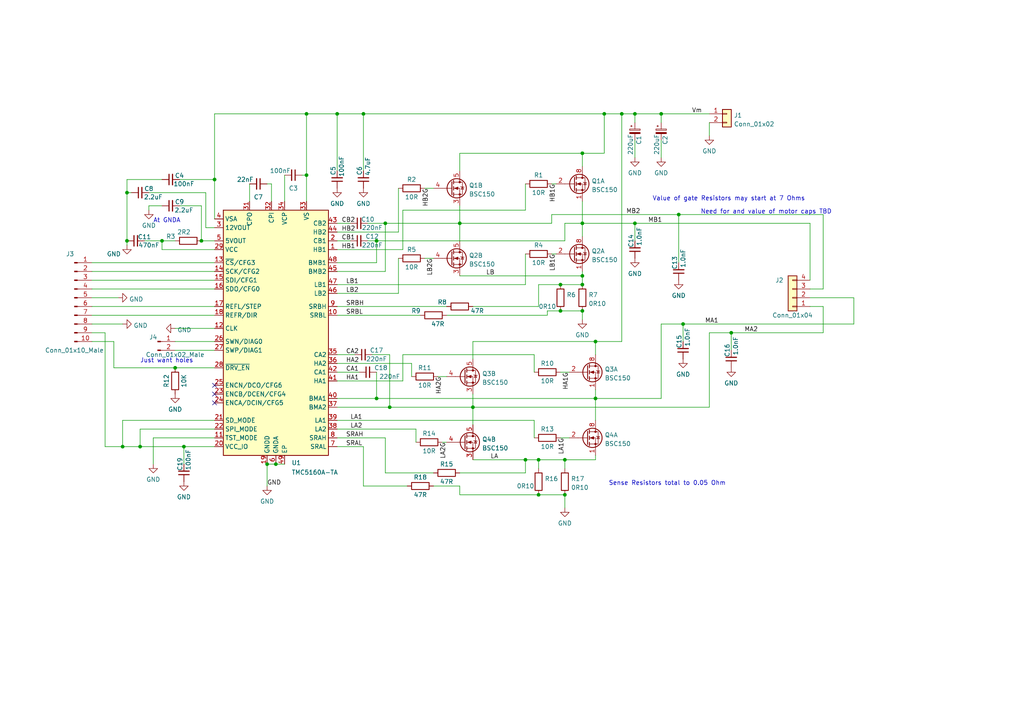
<source format=kicad_sch>
(kicad_sch (version 20211123) (generator eeschema)
  (paper "A4")
  (lib_symbols
    (symbol "Connector:Conn_01x02_Male" (pin_names (offset 1.016) hide)
      (property "Reference" "J" (at 0 2.54 0))
      (property "Value" "Conn_01x02_Male" (at 0 -5.08 0))
      (symbol "Conn_01x02_Male_1_1"
        (polyline (pts (xy 1.27 -2.54) (xy 0.8636 -2.54)) (stroke (width 0.1524)))
        (polyline (pts (xy 1.27 0) (xy 0.8636 0)) (stroke (width 0.1524)))
        (rectangle (start 0.8636 -2.413) (end 0 -2.667) (stroke (width 0.1524)) (fill (type outline)))
        (rectangle (start 0.8636 0.127) (end 0 -0.127) (stroke (width 0.1524)) (fill (type outline)))
        (pin passive line (at 5.08 0 180) (length 3.81) (name "Pin_1") (number "1"))
        (pin passive line (at 5.08 -2.54 180) (length 3.81) (name "Pin_2") (number "2"))
      )
    )
    (symbol "Connector:Conn_01x10_Male" (pin_names (offset 1.016) hide)
      (property "Reference" "J" (at 0 12.7 0))
      (property "Value" "Conn_01x10_Male" (at 0 -15.24 0))
      (symbol "Conn_01x10_Male_1_1"
        (polyline (pts (xy 1.27 -12.7) (xy 0.8636 -12.7)) (stroke (width 0.1524)))
        (polyline (pts (xy 1.27 -10.16) (xy 0.8636 -10.16)) (stroke (width 0.1524)))
        (polyline (pts (xy 1.27 -7.62) (xy 0.8636 -7.62)) (stroke (width 0.1524)))
        (polyline (pts (xy 1.27 -5.08) (xy 0.8636 -5.08)) (stroke (width 0.1524)))
        (polyline (pts (xy 1.27 -2.54) (xy 0.8636 -2.54)) (stroke (width 0.1524)))
        (polyline (pts (xy 1.27 0) (xy 0.8636 0)) (stroke (width 0.1524)))
        (polyline (pts (xy 1.27 2.54) (xy 0.8636 2.54)) (stroke (width 0.1524)))
        (polyline (pts (xy 1.27 5.08) (xy 0.8636 5.08)) (stroke (width 0.1524)))
        (polyline (pts (xy 1.27 7.62) (xy 0.8636 7.62)) (stroke (width 0.1524)))
        (polyline (pts (xy 1.27 10.16) (xy 0.8636 10.16)) (stroke (width 0.1524)))
        (rectangle (start 0.8636 -12.573) (end 0 -12.827) (stroke (width 0.1524)) (fill (type outline)))
        (rectangle (start 0.8636 -10.033) (end 0 -10.287) (stroke (width 0.1524)) (fill (type outline)))
        (rectangle (start 0.8636 -7.493) (end 0 -7.747) (stroke (width 0.1524)) (fill (type outline)))
        (rectangle (start 0.8636 -4.953) (end 0 -5.207) (stroke (width 0.1524)) (fill (type outline)))
        (rectangle (start 0.8636 -2.413) (end 0 -2.667) (stroke (width 0.1524)) (fill (type outline)))
        (rectangle (start 0.8636 0.127) (end 0 -0.127) (stroke (width 0.1524)) (fill (type outline)))
        (rectangle (start 0.8636 2.667) (end 0 2.413) (stroke (width 0.1524)) (fill (type outline)))
        (rectangle (start 0.8636 5.207) (end 0 4.953) (stroke (width 0.1524)) (fill (type outline)))
        (rectangle (start 0.8636 7.747) (end 0 7.493) (stroke (width 0.1524)) (fill (type outline)))
        (rectangle (start 0.8636 10.287) (end 0 10.033) (stroke (width 0.1524)) (fill (type outline)))
        (pin passive line (at 5.08 10.16 180) (length 3.81) (name "Pin_1") (number "1"))
        (pin passive line (at 5.08 -12.7 180) (length 3.81) (name "Pin_10") (number "10"))
        (pin passive line (at 5.08 7.62 180) (length 3.81) (name "Pin_2") (number "2"))
        (pin passive line (at 5.08 5.08 180) (length 3.81) (name "Pin_3") (number "3"))
        (pin passive line (at 5.08 2.54 180) (length 3.81) (name "Pin_4") (number "4"))
        (pin passive line (at 5.08 0 180) (length 3.81) (name "Pin_5") (number "5"))
        (pin passive line (at 5.08 -2.54 180) (length 3.81) (name "Pin_6") (number "6"))
        (pin passive line (at 5.08 -5.08 180) (length 3.81) (name "Pin_7") (number "7"))
        (pin passive line (at 5.08 -7.62 180) (length 3.81) (name "Pin_8") (number "8"))
        (pin passive line (at 5.08 -10.16 180) (length 3.81) (name "Pin_9") (number "9"))
      )
    )
    (symbol "Connector_Generic:Conn_01x02" (pin_names (offset 1.016) hide)
      (property "Reference" "J" (at 0 2.54 0))
      (property "Value" "Conn_01x02" (at 0 -5.08 0))
      (symbol "Conn_01x02_1_1"
        (rectangle (start -1.27 -2.413) (end 0 -2.667) (stroke (width 0.1524)))
        (rectangle (start -1.27 0.127) (end 0 -0.127) (stroke (width 0.1524)))
        (rectangle (start -1.27 1.27) (end 1.27 -3.81) (stroke (width 0.254)) (fill (type background)))
        (pin passive line (at -5.08 0 0) (length 3.81) (name "Pin_1") (number "1"))
        (pin passive line (at -5.08 -2.54 0) (length 3.81) (name "Pin_2") (number "2"))
      )
    )
    (symbol "Connector_Generic:Conn_01x04" (pin_names (offset 1.016) hide)
      (property "Reference" "J" (at 0 5.08 0))
      (property "Value" "Conn_01x04" (at 0 -7.62 0))
      (symbol "Conn_01x04_1_1"
        (rectangle (start -1.27 -4.953) (end 0 -5.207) (stroke (width 0.1524)))
        (rectangle (start -1.27 -2.413) (end 0 -2.667) (stroke (width 0.1524)))
        (rectangle (start -1.27 0.127) (end 0 -0.127) (stroke (width 0.1524)))
        (rectangle (start -1.27 2.667) (end 0 2.413) (stroke (width 0.1524)))
        (rectangle (start -1.27 3.81) (end 1.27 -6.35) (stroke (width 0.254)) (fill (type background)))
        (pin passive line (at -5.08 2.54 0) (length 3.81) (name "Pin_1") (number "1"))
        (pin passive line (at -5.08 0 0) (length 3.81) (name "Pin_2") (number "2"))
        (pin passive line (at -5.08 -2.54 0) (length 3.81) (name "Pin_3") (number "3"))
        (pin passive line (at -5.08 -5.08 0) (length 3.81) (name "Pin_4") (number "4"))
      )
    )
    (symbol "Device:C_Polarized_Small" (pin_numbers hide) (pin_names (offset 0.254) hide)
      (property "Reference" "C" (at 0.254 1.778 0))
      (property "Value" "C_Polarized_Small" (at 0.254 -2.032 0))
      (symbol "C_Polarized_Small_0_1"
        (rectangle (start -1.524 -0.3048) (end 1.524 -0.6858) (fill (type outline)))
        (rectangle (start -1.524 0.6858) (end 1.524 0.3048))
        (polyline (pts (xy -1.27 1.524) (xy -0.762 1.524)))
        (polyline (pts (xy -1.016 1.27) (xy -1.016 1.778)))
      )
      (symbol "C_Polarized_Small_1_1"
        (pin passive line (at 0 2.54 270) (length 1.8542) (name "~") (number "1"))
        (pin passive line (at 0 -2.54 90) (length 1.8542) (name "~") (number "2"))
      )
    )
    (symbol "Device:C_Small" (pin_numbers hide) (pin_names (offset 0.254) hide)
      (property "Reference" "C" (at 0.254 1.778 0))
      (property "Value" "C_Small" (at 0.254 -2.032 0))
      (symbol "C_Small_0_1"
        (polyline (pts (xy -1.524 -0.508) (xy 1.524 -0.508)) (stroke (width 0.3302)))
        (polyline (pts (xy -1.524 0.508) (xy 1.524 0.508)) (stroke (width 0.3048)))
      )
      (symbol "C_Small_1_1"
        (pin passive line (at 0 2.54 270) (length 2.032) (name "~") (number "1"))
        (pin passive line (at 0 -2.54 90) (length 2.032) (name "~") (number "2"))
      )
    )
    (symbol "Device:R" (pin_numbers hide) (pin_names (offset 0))
      (property "Reference" "R" (at 2.032 0 90))
      (property "Value" "R" (at 0 0 90))
      (symbol "R_0_1"
        (rectangle (start -1.016 -2.54) (end 1.016 2.54) (stroke (width 0.254)))
      )
      (symbol "R_1_1"
        (pin passive line (at 0 3.81 270) (length 1.27) (name "~") (number "1"))
        (pin passive line (at 0 -3.81 90) (length 1.27) (name "~") (number "2"))
      )
    )
    (symbol "StrongStepperSymbolLib:TMC5160A-TA"
      (property "Reference" "U1" (at 4.5594 -37.7095 0))
      (property "Value" "TMC5160A-TA" (at 4.5594 -40.4846 0))
      (symbol "TMC5160A-TA_1_0"
        (rectangle (start -15.24 -35.56) (end 15.24 35.56) (stroke (width 0.254)) (fill (type background)))
      )
      (symbol "TMC5160A-TA_1_1"
        (pin output line (at 17.78 24.13 180) (length 2.54) (name "HB1") (number "1"))
        (pin passive line (at 17.78 5.08 180) (length 2.54) (name "SRBL") (number "10"))
        (pin input line (at -17.78 -30.48 0) (length 2.54) (name "TST_MODE") (number "11"))
        (pin input line (at -17.78 1.27 0) (length 2.54) (name "CLK") (number "12"))
        (pin input line (at -17.78 20.32 0) (length 2.54) (name "~{CS}/CFG3") (number "13"))
        (pin input line (at -17.78 17.78 0) (length 2.54) (name "SCK/CFG2") (number "14"))
        (pin input line (at -17.78 15.24 0) (length 2.54) (name "SDI/CFG1") (number "15"))
        (pin bidirectional line (at -17.78 12.7 0) (length 2.54) (name "SDO/CFG0") (number "16"))
        (pin input line (at -17.78 7.62 0) (length 2.54) (name "REFL/STEP") (number "17"))
        (pin input line (at -17.78 5.08 0) (length 2.54) (name "REFR/DIR") (number "18"))
        (pin power_in line (at -2.54 -38.1 90) (length 2.54) (name "GNDD") (number "19"))
        (pin passive line (at 17.78 26.67 180) (length 2.54) (name "CB1") (number "2"))
        (pin power_in line (at -17.78 -33.02 0) (length 2.54) (name "VCC_IO") (number "20"))
        (pin input line (at -17.78 -25.4 0) (length 2.54) (name "SD_MODE") (number "21"))
        (pin input line (at -17.78 -27.94 0) (length 2.54) (name "SPI_MODE") (number "22"))
        (pin input line (at -17.78 -17.78 0) (length 2.54) (name "ENCB/DCEN/CFG4") (number "23"))
        (pin input line (at -17.78 -20.32 0) (length 2.54) (name "ENCA/DCIN/CFG5") (number "24"))
        (pin bidirectional line (at -17.78 -15.24 0) (length 2.54) (name "ENCN/DCO/CFG6") (number "25"))
        (pin bidirectional line (at -17.78 -2.54 0) (length 2.54) (name "SWN/DIAG0") (number "26"))
        (pin bidirectional line (at -17.78 -5.08 0) (length 2.54) (name "SWP/DIAG1") (number "27"))
        (pin input line (at -17.78 -10.16 0) (length 2.54) (name "~{DRV_EN}") (number "28"))
        (pin power_in line (at -17.78 24.13 0) (length 2.54) (name "VCC") (number "29"))
        (pin power_out line (at -17.78 30.48 0) (length 2.54) (name "12VOUT") (number "3"))
        (pin passive line (at -2.54 -38.1 90) (length 2.54) hide (name "GNDD") (number "30"))
        (pin passive line (at -7.62 38.1 270) (length 2.54) (name "CPO") (number "31"))
        (pin passive line (at -1.27 38.1 270) (length 2.54) (name "CPI") (number "32"))
        (pin power_in line (at 8.89 38.1 270) (length 2.54) (name "VS") (number "33"))
        (pin passive line (at 2.54 38.1 270) (length 2.54) (name "VCP") (number "34"))
        (pin passive line (at 17.78 -6.35 180) (length 2.54) (name "CA2") (number "35"))
        (pin output line (at 17.78 -8.89 180) (length 2.54) (name "HA2") (number "36"))
        (pin passive line (at 17.78 -21.59 180) (length 2.54) (name "BMA2") (number "37"))
        (pin output line (at 17.78 -27.94 180) (length 2.54) (name "LA2") (number "38"))
        (pin output line (at 17.78 -25.4 180) (length 2.54) (name "LA1") (number "39"))
        (pin power_in line (at -17.78 33.02 0) (length 2.54) (name "VSA") (number "4"))
        (pin passive line (at 17.78 -19.05 180) (length 2.54) (name "BMA1") (number "40"))
        (pin output line (at 17.78 -13.97 180) (length 2.54) (name "HA1") (number "41"))
        (pin passive line (at 17.78 -11.43 180) (length 2.54) (name "CA1") (number "42"))
        (pin passive line (at 17.78 31.75 180) (length 2.54) (name "CB2") (number "43"))
        (pin output line (at 17.78 29.21 180) (length 2.54) (name "HB2") (number "44"))
        (pin passive line (at 17.78 17.78 180) (length 2.54) (name "BMB2") (number "45"))
        (pin output line (at 17.78 11.43 180) (length 2.54) (name "LB2") (number "46"))
        (pin output line (at 17.78 13.97 180) (length 2.54) (name "LB1") (number "47"))
        (pin passive line (at 17.78 20.32 180) (length 2.54) (name "BMB1") (number "48"))
        (pin power_in line (at 2.54 -38.1 90) (length 2.54) (name "EP") (number "49"))
        (pin power_out line (at -17.78 26.67 0) (length 2.54) (name "5VOUT") (number "5"))
        (pin power_in line (at 0 -38.1 90) (length 2.54) (name "GNDA") (number "6"))
        (pin passive line (at 17.78 -33.02 180) (length 2.54) (name "SRAL") (number "7"))
        (pin passive line (at 17.78 -30.48 180) (length 2.54) (name "SRAH") (number "8"))
        (pin passive line (at 17.78 7.62 180) (length 2.54) (name "SRBH") (number "9"))
      )
    )
    (symbol "Transistor_FET:FDS6890A" (pin_names hide)
      (property "Reference" "Q" (at 5.08 1.905 0))
      (property "Value" "FDS6890A" (at 5.08 0 0))
      (symbol "FDS6890A_0_1"
        (polyline (pts (xy 0.254 0) (xy -2.54 0)))
        (polyline (pts (xy 0.254 1.905) (xy 0.254 -1.905)) (stroke (width 0.254)))
        (polyline (pts (xy 0.762 -1.27) (xy 0.762 -2.286)) (stroke (width 0.254)))
        (polyline (pts (xy 0.762 0.508) (xy 0.762 -0.508)) (stroke (width 0.254)))
        (polyline (pts (xy 0.762 2.286) (xy 0.762 1.27)) (stroke (width 0.254)))
        (polyline (pts (xy 2.54 2.54) (xy 2.54 1.778)))
        (polyline (pts (xy 2.54 -2.54) (xy 2.54 0) (xy 0.762 0)))
        (polyline (pts (xy 0.762 -1.778) (xy 3.302 -1.778) (xy 3.302 1.778) (xy 0.762 1.778)))
        (polyline (pts (xy 1.016 0) (xy 2.032 0.381) (xy 2.032 -0.381) (xy 1.016 0)) (fill (type outline)))
        (polyline (pts (xy 2.794 0.508) (xy 2.921 0.381) (xy 3.683 0.381) (xy 3.81 0.254)))
        (polyline (pts (xy 3.302 0.381) (xy 2.921 -0.254) (xy 3.683 -0.254) (xy 3.302 0.381)))
        (circle (center 1.651 0) (radius 2.794) (stroke (width 0.254)))
        (circle (center 2.54 -1.778) (radius 0.254) (fill (type outline)))
        (circle (center 2.54 1.778) (radius 0.254) (fill (type outline)))
      )
      (symbol "FDS6890A_1_1"
        (pin passive line (at 2.54 -5.08 90) (length 2.54) (name "S1") (number "1"))
        (pin passive line (at -5.08 0 0) (length 2.54) (name "G1") (number "2"))
        (pin passive line (at 2.54 5.08 270) (length 2.54) hide (name "D1") (number "7"))
        (pin passive line (at 2.54 5.08 270) (length 2.54) (name "D1") (number "8"))
      )
      (symbol "FDS6890A_2_1"
        (pin passive line (at 2.54 -5.08 90) (length 2.54) (name "S2") (number "3"))
        (pin passive line (at -5.08 0 0) (length 2.54) (name "G2") (number "4"))
        (pin passive line (at 2.54 5.08 270) (length 2.54) (name "D2") (number "5"))
        (pin passive line (at 2.54 5.08 270) (length 2.54) hide (name "D2") (number "6"))
      )
    )
    (symbol "power:GND" (power) (pin_names (offset 0))
      (property "Value" "GND" (at 0 -3.81 0))
      (symbol "GND_0_1"
        (polyline (pts (xy 0 0) (xy 0 -1.27) (xy 1.27 -1.27) (xy 0 -2.54) (xy -1.27 -1.27) (xy 0 -1.27)))
      )
      (symbol "GND_1_1"
        (pin power_in line (at 0 0 270) (length 0) hide (name "GND") (number "1"))
      )
    )
  )
  (junction (at 62.23 52.07))
  (junction (at 97.79 33.02))
  (junction (at 46.99 69.85))
  (junction (at 36.83 55.88))
  (junction (at 168.91 82.55))
  (junction (at 184.15 64.77))
  (junction (at 163.83 143.51))
  (junction (at 168.91 90.17))
  (junction (at 40.64 129.54))
  (junction (at 184.15 33.02))
  (junction (at 35.56 129.54))
  (junction (at 172.72 99.06))
  (junction (at 58.42 69.85))
  (junction (at 196.85 62.23))
  (junction (at 88.9 50.8))
  (junction (at 50.8 106.68))
  (junction (at 191.77 33.02))
  (junction (at 212.09 96.52))
  (junction (at 172.72 115.57))
  (junction (at 53.34 129.54))
  (junction (at 152.4 133.35))
  (junction (at 162.56 90.17))
  (junction (at 105.41 33.02))
  (junction (at 198.12 93.98))
  (junction (at 137.16 118.11))
  (junction (at 175.26 33.02))
  (junction (at 80.01 134.62))
  (junction (at 133.35 64.77))
  (junction (at 168.91 64.77))
  (junction (at 163.83 133.35))
  (junction (at 168.91 44.45))
  (junction (at 109.22 115.57))
  (junction (at 109.22 69.85))
  (junction (at 180.34 33.02))
  (junction (at 168.91 80.01))
  (junction (at 156.21 143.51))
  (junction (at 88.9 33.02))
  (junction (at 156.21 133.35))
  (junction (at 36.83 69.85))
  (junction (at 111.76 64.77))
  (junction (at 77.47 134.62))
  (junction (at 113.03 118.11))
  (junction (at 162.56 82.55))
  (no_connect (at 62.23 111.76))
  (no_connect (at 62.23 114.3))
  (no_connect (at 62.23 116.84))
  (wire (pts (xy 59.69 66.04) (xy 59.69 55.88)))
  (wire (pts (xy 198.12 93.98) (xy 247.65 93.98)))
  (wire (pts (xy 26.67 96.52) (xy 30.48 96.52)))
  (wire (pts (xy 168.91 44.45) (xy 168.91 48.26)))
  (wire (pts (xy 184.15 64.77) (xy 184.15 69.85)))
  (wire (pts (xy 162.56 90.17) (xy 168.91 90.17)))
  (wire (pts (xy 33.02 106.68) (xy 33.02 99.06)))
  (wire (pts (xy 111.76 78.74) (xy 111.76 64.77)))
  (wire (pts (xy 40.64 129.54) (xy 53.34 129.54)))
  (wire (pts (xy 123.19 74.93) (xy 125.73 74.93)))
  (wire (pts (xy 50.8 101.6) (xy 62.23 101.6)))
  (wire (pts (xy 191.77 93.98) (xy 198.12 93.98)))
  (wire (pts (xy 205.74 96.52) (xy 205.74 118.11)))
  (wire (pts (xy 116.84 72.39) (xy 116.84 60.96)))
  (wire (pts (xy 111.76 64.77) (xy 106.68 64.77)))
  (wire (pts (xy 88.9 33.02) (xy 62.23 33.02)))
  (wire (pts (xy 133.35 143.51) (xy 133.35 140.97)))
  (wire (pts (xy 97.79 115.57) (xy 109.22 115.57)))
  (wire (pts (xy 116.84 60.96) (xy 152.4 60.96)))
  (wire (pts (xy 133.35 64.77) (xy 111.76 64.77)))
  (wire (pts (xy 184.15 64.77) (xy 234.95 64.77)))
  (wire (pts (xy 88.9 33.02) (xy 97.79 33.02)))
  (wire (pts (xy 238.76 83.82) (xy 234.95 83.82)))
  (wire (pts (xy 35.56 121.92) (xy 35.56 129.54)))
  (wire (pts (xy 168.91 80.01) (xy 168.91 82.55)))
  (wire (pts (xy 168.91 64.77) (xy 163.83 64.77)))
  (wire (pts (xy 106.68 69.85) (xy 109.22 69.85)))
  (wire (pts (xy 116.84 110.49) (xy 116.84 102.87)))
  (wire (pts (xy 133.35 80.01) (xy 168.91 80.01)))
  (wire (pts (xy 160.02 73.66) (xy 161.29 73.66)))
  (wire (pts (xy 172.72 132.08) (xy 172.72 133.35)))
  (wire (pts (xy 26.67 78.74) (xy 62.23 78.74)))
  (wire (pts (xy 168.91 64.77) (xy 168.91 68.58)))
  (wire (pts (xy 109.22 76.2) (xy 97.79 76.2)))
  (wire (pts (xy 156.21 82.55) (xy 156.21 88.9)))
  (wire (pts (xy 105.41 140.97) (xy 105.41 129.54)))
  (wire (pts (xy 62.23 127) (xy 44.45 127)))
  (wire (pts (xy 184.15 33.02) (xy 191.77 33.02)))
  (wire (pts (xy 36.83 55.88) (xy 38.1 55.88)))
  (wire (pts (xy 156.21 143.51) (xy 163.83 143.51)))
  (wire (pts (xy 115.57 67.31) (xy 115.57 54.61)))
  (wire (pts (xy 119.38 105.41) (xy 119.38 109.22)))
  (wire (pts (xy 184.15 33.02) (xy 184.15 35.56)))
  (wire (pts (xy 137.16 118.11) (xy 137.16 123.19)))
  (wire (pts (xy 58.42 69.85) (xy 58.42 59.69)))
  (wire (pts (xy 191.77 93.98) (xy 191.77 115.57)))
  (wire (pts (xy 97.79 72.39) (xy 116.84 72.39)))
  (wire (pts (xy 97.79 85.09) (xy 115.57 85.09)))
  (wire (pts (xy 77.47 134.62) (xy 80.01 134.62)))
  (wire (pts (xy 137.16 99.06) (xy 137.16 104.14)))
  (wire (pts (xy 115.57 85.09) (xy 115.57 74.93)))
  (wire (pts (xy 152.4 53.34) (xy 152.4 60.96)))
  (wire (pts (xy 97.79 33.02) (xy 105.41 33.02)))
  (wire (pts (xy 156.21 143.51) (xy 133.35 143.51)))
  (wire (pts (xy 80.01 134.62) (xy 82.55 134.62)))
  (wire (pts (xy 137.16 99.06) (xy 172.72 99.06)))
  (wire (pts (xy 156.21 88.9) (xy 137.16 88.9)))
  (wire (pts (xy 62.23 63.5) (xy 62.23 52.07)))
  (wire (pts (xy 97.79 118.11) (xy 113.03 118.11)))
  (wire (pts (xy 59.69 55.88) (xy 43.18 55.88)))
  (wire (pts (xy 172.72 113.03) (xy 172.72 115.57)))
  (wire (pts (xy 105.41 33.02) (xy 105.41 49.53)))
  (wire (pts (xy 196.85 62.23) (xy 196.85 76.2)))
  (wire (pts (xy 58.42 69.85) (xy 62.23 69.85)))
  (wire (pts (xy 175.26 33.02) (xy 180.34 33.02)))
  (wire (pts (xy 247.65 93.98) (xy 247.65 86.36)))
  (wire (pts (xy 97.79 69.85) (xy 101.6 69.85)))
  (wire (pts (xy 123.19 54.61) (xy 125.73 54.61)))
  (wire (pts (xy 198.12 93.98) (xy 198.12 99.06)))
  (wire (pts (xy 238.76 96.52) (xy 212.09 96.52)))
  (wire (pts (xy 205.74 35.56) (xy 205.74 39.37)))
  (wire (pts (xy 172.72 115.57) (xy 191.77 115.57)))
  (wire (pts (xy 97.79 64.77) (xy 101.6 64.77)))
  (wire (pts (xy 168.91 44.45) (xy 175.26 44.45)))
  (wire (pts (xy 26.67 76.2) (xy 62.23 76.2)))
  (wire (pts (xy 133.35 59.69) (xy 133.35 64.77)))
  (wire (pts (xy 62.23 66.04) (xy 59.69 66.04)))
  (wire (pts (xy 109.22 69.85) (xy 163.83 69.85)))
  (wire (pts (xy 50.8 95.25) (xy 62.23 95.25)))
  (wire (pts (xy 137.16 118.11) (xy 205.74 118.11)))
  (wire (pts (xy 160.02 62.23) (xy 196.85 62.23)))
  (wire (pts (xy 97.79 78.74) (xy 111.76 78.74)))
  (wire (pts (xy 160.02 62.23) (xy 160.02 64.77)))
  (wire (pts (xy 26.67 83.82) (xy 62.23 83.82)))
  (wire (pts (xy 97.79 105.41) (xy 119.38 105.41)))
  (wire (pts (xy 168.91 78.74) (xy 168.91 80.01)))
  (wire (pts (xy 111.76 137.16) (xy 111.76 127)))
  (wire (pts (xy 162.56 107.95) (xy 165.1 107.95)))
  (wire (pts (xy 30.48 96.52) (xy 30.48 129.54)))
  (wire (pts (xy 191.77 40.64) (xy 191.77 45.72)))
  (wire (pts (xy 128.27 128.27) (xy 129.54 128.27)))
  (wire (pts (xy 43.18 59.69) (xy 43.18 60.96)))
  (wire (pts (xy 97.79 91.44) (xy 121.92 91.44)))
  (wire (pts (xy 133.35 44.45) (xy 168.91 44.45)))
  (wire (pts (xy 247.65 86.36) (xy 234.95 86.36)))
  (wire (pts (xy 62.23 52.07) (xy 52.07 52.07)))
  (wire (pts (xy 109.22 107.95) (xy 109.22 115.57)))
  (wire (pts (xy 205.74 96.52) (xy 212.09 96.52)))
  (wire (pts (xy 36.83 55.88) (xy 36.83 69.85)))
  (wire (pts (xy 129.54 91.44) (xy 158.75 91.44)))
  (wire (pts (xy 180.34 33.02) (xy 184.15 33.02)))
  (wire (pts (xy 97.79 88.9) (xy 129.54 88.9)))
  (wire (pts (xy 97.79 33.02) (xy 97.79 49.53)))
  (wire (pts (xy 184.15 40.64) (xy 184.15 45.72)))
  (wire (pts (xy 46.99 52.07) (xy 36.83 52.07)))
  (wire (pts (xy 160.02 64.77) (xy 133.35 64.77)))
  (wire (pts (xy 26.67 88.9) (xy 62.23 88.9)))
  (wire (pts (xy 50.8 99.06) (xy 62.23 99.06)))
  (wire (pts (xy 113.03 118.11) (xy 113.03 102.87)))
  (wire (pts (xy 127 109.22) (xy 129.54 109.22)))
  (wire (pts (xy 78.74 53.34) (xy 78.74 58.42)))
  (wire (pts (xy 162.56 82.55) (xy 156.21 82.55)))
  (wire (pts (xy 97.79 67.31) (xy 115.57 67.31)))
  (wire (pts (xy 77.47 134.62) (xy 77.47 140.97)))
  (wire (pts (xy 97.79 102.87) (xy 102.87 102.87)))
  (wire (pts (xy 191.77 33.02) (xy 191.77 35.56)))
  (wire (pts (xy 163.83 133.35) (xy 163.83 135.89)))
  (wire (pts (xy 53.34 129.54) (xy 53.34 134.62)))
  (wire (pts (xy 46.99 72.39) (xy 46.99 69.85)))
  (wire (pts (xy 111.76 127) (xy 97.79 127)))
  (wire (pts (xy 133.35 140.97) (xy 125.73 140.97)))
  (wire (pts (xy 168.91 58.42) (xy 168.91 64.77)))
  (wire (pts (xy 26.67 99.06) (xy 33.02 99.06)))
  (wire (pts (xy 62.23 106.68) (xy 50.8 106.68)))
  (wire (pts (xy 82.55 50.8) (xy 82.55 58.42)))
  (wire (pts (xy 26.67 86.36) (xy 34.29 86.36)))
  (wire (pts (xy 88.9 50.8) (xy 87.63 50.8)))
  (wire (pts (xy 137.16 114.3) (xy 137.16 118.11)))
  (wire (pts (xy 77.47 53.34) (xy 78.74 53.34)))
  (wire (pts (xy 97.79 110.49) (xy 116.84 110.49)))
  (wire (pts (xy 152.4 137.16) (xy 152.4 133.35)))
  (wire (pts (xy 212.09 96.52) (xy 212.09 101.6)))
  (wire (pts (xy 105.41 33.02) (xy 175.26 33.02)))
  (wire (pts (xy 175.26 33.02) (xy 175.26 44.45)))
  (wire (pts (xy 133.35 137.16) (xy 152.4 137.16)))
  (wire (pts (xy 35.56 129.54) (xy 30.48 129.54)))
  (wire (pts (xy 72.39 53.34) (xy 72.39 58.42)))
  (wire (pts (xy 36.83 69.85) (xy 36.83 71.12)))
  (wire (pts (xy 180.34 33.02) (xy 180.34 99.06)))
  (wire (pts (xy 35.56 129.54) (xy 40.64 129.54)))
  (wire (pts (xy 113.03 118.11) (xy 137.16 118.11)))
  (wire (pts (xy 234.95 64.77) (xy 234.95 81.28)))
  (wire (pts (xy 88.9 33.02) (xy 88.9 50.8)))
  (wire (pts (xy 133.35 44.45) (xy 133.35 49.53)))
  (wire (pts (xy 97.79 82.55) (xy 152.4 82.55)))
  (wire (pts (xy 172.72 99.06) (xy 172.72 102.87)))
  (wire (pts (xy 196.85 62.23) (xy 238.76 62.23)))
  (wire (pts (xy 113.03 102.87) (xy 107.95 102.87)))
  (wire (pts (xy 172.72 115.57) (xy 172.72 121.92)))
  (wire (pts (xy 152.4 82.55) (xy 152.4 73.66)))
  (wire (pts (xy 88.9 58.42) (xy 88.9 50.8)))
  (wire (pts (xy 120.65 124.46) (xy 120.65 128.27)))
  (wire (pts (xy 172.72 99.06) (xy 180.34 99.06)))
  (wire (pts (xy 109.22 115.57) (xy 172.72 115.57)))
  (wire (pts (xy 33.02 106.68) (xy 50.8 106.68)))
  (wire (pts (xy 97.79 121.92) (xy 154.94 121.92)))
  (wire (pts (xy 118.11 140.97) (xy 105.41 140.97)))
  (wire (pts (xy 137.16 133.35) (xy 152.4 133.35)))
  (wire (pts (xy 152.4 133.35) (xy 156.21 133.35)))
  (wire (pts (xy 62.23 72.39) (xy 46.99 72.39)))
  (wire (pts (xy 154.94 121.92) (xy 154.94 127)))
  (wire (pts (xy 162.56 82.55) (xy 168.91 82.55)))
  (wire (pts (xy 62.23 121.92) (xy 35.56 121.92)))
  (wire (pts (xy 133.35 64.77) (xy 133.35 69.85)))
  (wire (pts (xy 46.99 69.85) (xy 50.8 69.85)))
  (wire (pts (xy 154.94 102.87) (xy 154.94 107.95)))
  (wire (pts (xy 58.42 59.69) (xy 52.07 59.69)))
  (wire (pts (xy 184.15 64.77) (xy 168.91 64.77)))
  (wire (pts (xy 26.67 93.98) (xy 35.56 93.98)))
  (wire (pts (xy 41.91 69.85) (xy 46.99 69.85)))
  (wire (pts (xy 26.67 81.28) (xy 62.23 81.28)))
  (wire (pts (xy 238.76 88.9) (xy 238.76 96.52)))
  (wire (pts (xy 46.99 59.69) (xy 43.18 59.69)))
  (wire (pts (xy 36.83 52.07) (xy 36.83 55.88)))
  (wire (pts (xy 158.75 90.17) (xy 162.56 90.17)))
  (wire (pts (xy 161.29 53.34) (xy 160.02 53.34)))
  (wire (pts (xy 26.67 91.44) (xy 62.23 91.44)))
  (wire (pts (xy 125.73 137.16) (xy 111.76 137.16)))
  (wire (pts (xy 163.83 133.35) (xy 172.72 133.35)))
  (wire (pts (xy 116.84 102.87) (xy 154.94 102.87)))
  (wire (pts (xy 191.77 33.02) (xy 205.74 33.02)))
  (wire (pts (xy 158.75 91.44) (xy 158.75 90.17)))
  (wire (pts (xy 163.83 143.51) (xy 163.83 147.32)))
  (wire (pts (xy 62.23 124.46) (xy 40.64 124.46)))
  (wire (pts (xy 156.21 133.35) (xy 156.21 135.89)))
  (wire (pts (xy 97.79 124.46) (xy 120.65 124.46)))
  (wire (pts (xy 53.34 129.54) (xy 62.23 129.54)))
  (wire (pts (xy 40.64 124.46) (xy 40.64 129.54)))
  (wire (pts (xy 97.79 107.95) (xy 104.14 107.95)))
  (wire (pts (xy 105.41 129.54) (xy 97.79 129.54)))
  (wire (pts (xy 156.21 133.35) (xy 163.83 133.35)))
  (wire (pts (xy 62.23 33.02) (xy 62.23 52.07)))
  (wire (pts (xy 162.56 127) (xy 165.1 127)))
  (wire (pts (xy 168.91 90.17) (xy 168.91 92.71)))
  (wire (pts (xy 238.76 62.23) (xy 238.76 83.82)))
  (wire (pts (xy 163.83 64.77) (xy 163.83 69.85)))
  (wire (pts (xy 238.76 88.9) (xy 234.95 88.9)))
  (wire (pts (xy 109.22 69.85) (xy 109.22 76.2)))
  (wire (pts (xy 44.45 127) (xy 44.45 134.62)))
  (text "Sense Resistors total to 0.05 Ohm\n" (at 176.53 140.97 0) (effects (font (size 1.27 1.27)) (justify left bottom)))
  (text "Just want holes" (at 40.64 105.41 0) (effects (font (size 1.27 1.27)) (justify left bottom)))
  (text "Need for and value of motor caps TBD\n" (at 203.2 62.23 0) (effects (font (size 1.27 1.27)) (justify left bottom)))
  (text "At GNDA" (at 44.45 64.77 0) (effects (font (size 1.27 1.27)) (justify left bottom)))
  (text "Value of gate Resistors may start at 7 Ohms\n" (at 189.23 58.42 0) (effects (font (size 1.27 1.27)) (justify left bottom)))
  (label "LB2" (at 100.33 85.09 0))
  (label "LB" (at 140.97 80.01 0))
  (label "HB2G" (at 124.46 54.61 270))
  (label "SRBH" (at 100.33 88.9 0))
  (label "LA2G" (at 129.54 128.27 270))
  (label "CA1" (at 100.33 107.95 0))
  (label "LB1G" (at 161.29 73.66 270))
  (label "CB1" (at 99.06 69.85 0))
  (label "CA2" (at 100.33 102.87 0))
  (label "LB1" (at 100.33 82.55 0))
  (label "LA1G" (at 163.83 127 270))
  (label "LA1" (at 101.6 121.92 0))
  (label "HA1G" (at 165.1 107.95 270))
  (label "MB1" (at 187.96 64.77 0))
  (label "LB2G" (at 125.73 74.93 270))
  (label "MB2" (at 181.61 62.23 0))
  (label "HB1G" (at 161.29 53.34 270))
  (label "SRAL" (at 100.33 129.54 0))
  (label "HA1" (at 100.33 110.49 0))
  (label "LA" (at 142.24 133.35 0))
  (label "HA2G" (at 128.27 109.22 270))
  (label "HB1" (at 99.06 72.39 0))
  (label "LA2" (at 101.6 124.46 0))
  (label "SRBL" (at 100.33 91.44 0))
  (label "SRAH" (at 100.33 127 0))
  (label "CB2" (at 99.06 64.77 0))
  (label "MA1" (at 204.47 93.98 0))
  (label "Vm" (at 200.66 33.02 0))
  (label "HA2" (at 100.33 105.41 0))
  (label "MA2" (at 215.9 96.52 0))
  (label "HB2" (at 99.06 67.31 0))
  (label "GND" (at 77.47 140.97 0))
  (symbol (lib_id "power:GND") (at 34.29 86.36 90) (unit 1)
    (property "Reference" "#PWR010" (effects hide))
    (property "Value" "GND" (at 37.465 86.7938 90) (effects (justify right)))
  )
  (symbol (lib_id "Device:C_Polarized_Small") (at 184.15 38.1 0) (unit 1)
    (property "Reference" "C1" (at 185.293 40.64 90))
    (property "Value" "220uF" (at 182.88 41.91 90))
    (property "Footprint" "Capacitor_THT:CP_Radial_D12.5mm_P5.00mm" (effects hide))
  )
  (symbol (lib_id "power:GND") (at 205.74 39.37 0) (unit 1)
    (property "Reference" "#PWR01" (effects hide))
    (property "Value" "GND" (at 205.74 43.8134 0))
  )
  (symbol (lib_id "power:GND") (at 36.83 71.12 0) (unit 1)
    (property "Reference" "#PWR07" (effects hide))
    (property "Value" "GND" (at 33.02 73.66 0))
  )
  (symbol (lib_id "Device:R") (at 163.83 139.7 0) (unit 1)
    (property "Reference" "R17" (at 165.608 138.8653 0) (effects (justify left)))
    (property "Value" "0R10" (at 165.608 141.4022 0) (effects (justify left)))
    (property "Footprint" "StronStepperFootprints:R_2512_6332MetricRect" (effects hide))
  )
  (symbol (lib_id "power:GND") (at 184.15 74.93 0) (unit 1)
    (property "Reference" "#PWR09" (effects hide))
    (property "Value" "GND" (at 184.15 79.3734 0))
  )
  (symbol (lib_id "Device:R") (at 168.91 86.36 0) (unit 1)
    (property "Reference" "R7" (at 170.688 85.5253 0) (effects (justify left)))
    (property "Value" "0R10" (at 170.688 88.0622 0) (effects (justify left)))
    (property "Footprint" "StronStepperFootprints:R_2512_6332MetricRect" (effects hide))
  )
  (symbol (lib_id "Device:C_Small") (at 49.53 52.07 90) (unit 1)
    (property "Reference" "C4" (at 52.07 50.927 90))
    (property "Value" "100nF" (at 53.34 53.34 90))
    (property "Footprint" "StronStepperFootprints:C_0603_1608MetricRect" (effects hide))
  )
  (symbol (lib_id "Device:R") (at 54.61 69.85 90) (unit 1)
    (property "Reference" "R3" (at 49.53 68.58 90))
    (property "Value" "2R2" (at 53.34 67.31 90))
    (property "Footprint" "StronStepperFootprints:R_0603_1608MetricRect" (effects hide))
  )
  (symbol (lib_id "Device:R") (at 124.46 128.27 90) (unit 1)
    (property "Reference" "R14" (at 124.46 125.73 90))
    (property "Value" "10R" (at 124.46 130.81 90))
    (property "Footprint" "StronStepperFootprints:R_1206_3216MetricRect" (effects hide))
  )
  (symbol (lib_id "Device:C_Polarized_Small") (at 191.77 38.1 0) (unit 1)
    (property "Reference" "C2" (at 192.913 40.64 90))
    (property "Value" "220uF" (at 190.5 41.91 90))
    (property "Footprint" "Capacitor_THT:CP_Radial_D12.5mm_P5.00mm" (effects hide))
  )
  (symbol (lib_id "Transistor_FET:FDS6890A") (at 166.37 53.34 0) (unit 1)
    (property "Reference" "Q1" (at 171.577 52.5053 0) (effects (justify left)))
    (property "Value" "BSC150" (at 171.577 55.0422 0) (effects (justify left)))
    (property "Footprint" "StronStepperFootprints:TDSON-8-2EP+5x6mm_P0.65_DUAL" (effects hide))
    (property "Datasheet" "https://www.onsemi.com/pub/Collateral/FDS6890A-D.PDF" (effects hide))
  )
  (symbol (lib_id "Device:R") (at 125.73 91.44 90) (unit 1)
    (property "Reference" "R9" (at 120.65 90.17 90))
    (property "Value" "47R" (at 127 93.98 90))
    (property "Footprint" "StronStepperFootprints:R_0603_1608MetricRect" (effects hide))
  )
  (symbol (lib_id "Device:C_Small") (at 105.41 52.07 180) (unit 1)
    (property "Reference" "C6" (at 104.267 49.53 90))
    (property "Value" "4.7uF" (at 106.68 48.26 90))
    (property "Footprint" "StronStepperFootprints:C_1210_3225MetricRect" (effects hide))
  )
  (symbol (lib_id "Device:R") (at 129.54 137.16 90) (unit 1)
    (property "Reference" "R15" (at 129.54 134.62 90))
    (property "Value" "47R" (at 129.54 139.7 90))
    (property "Footprint" "StronStepperFootprints:R_0603_1608MetricRect" (effects hide))
  )
  (symbol (lib_id "Transistor_FET:FDS6890A") (at 130.81 54.61 0) (unit 2)
    (property "Reference" "Q1" (at 136.017 53.7753 0) (effects (justify left)))
    (property "Value" "BSC150" (at 136.017 56.3122 0) (effects (justify left)))
    (property "Footprint" "StronStepperFootprints:TDSON-8-2EP+5x6mm_P0.65_DUAL" (effects hide))
    (property "Datasheet" "https://www.onsemi.com/pub/Collateral/FDS6890A-D.PDF" (effects hide))
  )
  (symbol (lib_id "power:GND") (at 77.47 140.97 0) (unit 1)
    (property "Reference" "#PWR022" (effects hide))
    (property "Value" "GND" (at 77.47 145.4134 0))
  )
  (symbol (lib_id "power:GND") (at 105.41 54.61 0) (unit 1)
    (property "Reference" "#PWR05" (effects hide))
    (property "Value" "GND" (at 105.41 59.0534 0))
  )
  (symbol (lib_id "Device:R") (at 158.75 107.95 90) (unit 1)
    (property "Reference" "R10" (at 158.75 105.41 90))
    (property "Value" "10R" (at 158.75 110.49 90))
    (property "Footprint" "StronStepperFootprints:R_1206_3216MetricRect" (effects hide))
  )
  (symbol (lib_id "power:GND") (at 184.15 45.72 0) (unit 1)
    (property "Reference" "#PWR02" (effects hide))
    (property "Value" "GND" (at 184.15 50.1634 0))
  )
  (symbol (lib_id "Connector:Conn_01x02_Male") (at 45.72 99.06 0) (unit 1)
    (property "Reference" "J4" (at 44.45 97.79 0))
    (property "Value" "Conn_01x02_Male" (at 50.8 102.87 0))
    (property "Footprint" "Connector_PinHeader_1.27mm:PinHeader_1x02_P1.27mm_Vertical" (effects hide))
  )
  (symbol (lib_id "Transistor_FET:FDS6890A") (at 170.18 107.95 0) (unit 1)
    (property "Reference" "Q3" (at 175.387 107.1153 0) (effects (justify left)))
    (property "Value" "BSC150" (at 175.387 109.6522 0) (effects (justify left)))
    (property "Footprint" "StronStepperFootprints:TDSON-8-2EP+5x6mm_P0.65_DUAL" (effects hide))
    (property "Datasheet" "https://www.onsemi.com/pub/Collateral/FDS6890A-D.PDF" (effects hide))
  )
  (symbol (lib_id "Device:R") (at 133.35 88.9 90) (unit 1)
    (property "Reference" "R8" (at 128.27 87.63 90))
    (property "Value" "47R" (at 138.43 90.17 90))
    (property "Footprint" "StronStepperFootprints:R_0603_1608MetricRect" (effects hide))
  )
  (symbol (lib_id "Device:C_Small") (at 40.64 55.88 90) (unit 1)
    (property "Reference" "C8" (at 43.18 54.737 90))
    (property "Value" "2.2uF" (at 44.45 57.15 90))
    (property "Footprint" "StronStepperFootprints:C_0603_1608MetricRect" (effects hide))
  )
  (symbol (lib_id "power:GND") (at 212.09 106.68 0) (unit 1)
    (property "Reference" "#PWR016" (effects hide))
    (property "Value" "GND" (at 212.09 111.1234 0))
  )
  (symbol (lib_id "power:GND") (at 44.45 134.62 0) (unit 1)
    (property "Reference" "#PWR020" (effects hide))
    (property "Value" "GND" (at 44.45 139.0634 0))
  )
  (symbol (lib_id "Device:R") (at 119.38 74.93 90) (unit 1)
    (property "Reference" "R5" (at 119.38 72.39 90))
    (property "Value" "10R" (at 119.38 77.47 90))
    (property "Footprint" "StronStepperFootprints:R_1206_3216MetricRect" (effects hide))
  )
  (symbol (lib_id "power:GND") (at 35.56 93.98 90) (unit 1)
    (property "Reference" "#PWR012" (effects hide))
    (property "Value" "GND" (at 38.735 94.4138 90) (effects (justify right)))
  )
  (symbol (lib_id "power:GND") (at 168.91 92.71 0) (unit 1)
    (property "Reference" "#PWR011" (effects hide))
    (property "Value" "GND" (at 168.91 97.1534 0))
  )
  (symbol (lib_id "Transistor_FET:FDS6890A") (at 170.18 127 0) (unit 1)
    (property "Reference" "Q4" (at 175.387 126.1653 0) (effects (justify left)))
    (property "Value" "BSC150" (at 175.387 128.7022 0) (effects (justify left)))
    (property "Footprint" "StronStepperFootprints:TDSON-8-2EP+5x6mm_P0.65_DUAL" (effects hide))
    (property "Datasheet" "https://www.onsemi.com/pub/Collateral/FDS6890A-D.PDF" (effects hide))
  )
  (symbol (lib_id "Device:C_Small") (at 104.14 64.77 90) (unit 1)
    (property "Reference" "C10" (at 106.68 63.627 90))
    (property "Value" "220nF" (at 107.95 66.04 90))
    (property "Footprint" "StronStepperFootprints:C_0603_1608MetricRect" (effects hide))
  )
  (symbol (lib_id "Device:C_Small") (at 184.15 72.39 180) (unit 1)
    (property "Reference" "C14" (at 183.007 69.85 90))
    (property "Value" "1.0nF" (at 185.42 68.58 90))
    (property "Footprint" "StronStepperFootprints:C_0603_1608MetricRect" (effects hide))
  )
  (symbol (lib_id "Transistor_FET:FDS6890A") (at 134.62 128.27 0) (unit 2)
    (property "Reference" "Q4" (at 139.827 127.4353 0) (effects (justify left)))
    (property "Value" "BSC150" (at 139.827 129.9722 0) (effects (justify left)))
    (property "Footprint" "StronStepperFootprints:TDSON-8-2EP+5x6mm_P0.65_DUAL" (effects hide))
    (property "Datasheet" "https://www.onsemi.com/pub/Collateral/FDS6890A-D.PDF" (effects hide))
  )
  (symbol (lib_id "Device:R") (at 50.8 110.49 180) (unit 1)
    (property "Reference" "R12" (at 48.26 110.49 90))
    (property "Value" "10K" (at 53.34 110.49 90))
    (property "Footprint" "StronStepperFootprints:R_0603_1608MetricRect" (effects hide))
  )
  (symbol (lib_id "Device:C_Small") (at 212.09 104.14 180) (unit 1)
    (property "Reference" "C16" (at 210.947 101.6 90))
    (property "Value" "1.0nF" (at 213.36 100.33 90))
    (property "Footprint" "StronStepperFootprints:C_0603_1608MetricRect" (effects hide))
  )
  (symbol (lib_id "Device:R") (at 158.75 127 90) (unit 1)
    (property "Reference" "R13" (at 158.75 124.46 90))
    (property "Value" "10R" (at 158.75 129.54 90))
    (property "Footprint" "StronStepperFootprints:R_1206_3216MetricRect" (effects hide))
  )
  (symbol (lib_id "power:GND") (at 50.8 114.3 0) (unit 1)
    (property "Reference" "#PWR018" (effects hide))
    (property "Value" "GND" (at 50.8 118.7434 0))
  )
  (symbol (lib_id "Transistor_FET:FDS6890A") (at 166.37 73.66 0) (unit 1)
    (property "Reference" "Q2" (at 171.577 72.8253 0) (effects (justify left)))
    (property "Value" "BSC150" (at 171.577 75.3622 0) (effects (justify left)))
    (property "Footprint" "StronStepperFootprints:TDSON-8-2EP+5x6mm_P0.65_DUAL" (effects hide))
    (property "Datasheet" "https://www.onsemi.com/pub/Collateral/FDS6890A-D.PDF" (effects hide))
  )
  (symbol (lib_id "Device:C_Small") (at 196.85 78.74 180) (unit 1)
    (property "Reference" "C13" (at 195.707 76.2 90))
    (property "Value" "1.0nF" (at 198.12 74.93 90))
    (property "Footprint" "StronStepperFootprints:C_0603_1608MetricRect" (effects hide))
  )
  (symbol (lib_id "power:GND") (at 191.77 45.72 0) (unit 1)
    (property "Reference" "#PWR03" (effects hide))
    (property "Value" "GND" (at 191.77 50.1634 0))
  )
  (symbol (lib_id "power:GND") (at 43.18 60.96 0) (unit 1)
    (property "Reference" "#PWR06" (effects hide))
    (property "Value" "GND" (at 43.18 65.4034 0))
  )
  (symbol (lib_id "power:GND") (at 53.34 139.7 0) (unit 1)
    (property "Reference" "#PWR021" (effects hide))
    (property "Value" "GND" (at 53.34 144.1434 0))
  )
  (symbol (lib_id "Device:C_Small") (at 104.14 69.85 90) (unit 1)
    (property "Reference" "C12" (at 107.95 68.58 90))
    (property "Value" "220nF" (at 107.95 71.12 90))
    (property "Footprint" "StronStepperFootprints:C_0603_1608MetricRect" (effects hide))
  )
  (symbol (lib_id "power:GND") (at 163.83 147.32 0) (unit 1)
    (property "Reference" "#PWR023" (effects hide))
    (property "Value" "GND" (at 163.83 151.7634 0))
  )
  (symbol (lib_id "Device:R") (at 123.19 109.22 90) (unit 1)
    (property "Reference" "R11" (at 123.19 106.68 90))
    (property "Value" "10R" (at 123.19 111.76 90))
    (property "Footprint" "StronStepperFootprints:R_1206_3216MetricRect" (effects hide))
  )
  (symbol (lib_id "Device:C_Small") (at 97.79 52.07 180) (unit 1)
    (property "Reference" "C5" (at 96.647 49.53 90))
    (property "Value" "100nF" (at 99.06 48.26 90))
    (property "Footprint" "StronStepperFootprints:C_0603_1608MetricRect" (effects hide))
  )
  (symbol (lib_id "Device:C_Small") (at 85.09 50.8 270) (unit 1)
    (property "Reference" "C3" (at 85.09 54.61 90))
    (property "Value" "100nF" (at 81.28 49.53 90))
    (property "Footprint" "StronStepperFootprints:C_0603_1608MetricRect" (effects hide))
  )
  (symbol (lib_id "Device:C_Small") (at 74.93 53.34 270) (unit 1)
    (property "Reference" "C7" (at 74.93 57.15 90))
    (property "Value" "22nF" (at 71.12 52.07 90))
    (property "Footprint" "StronStepperFootprints:C_0603_1608MetricRect" (effects hide))
  )
  (symbol (lib_id "Device:R") (at 156.21 53.34 90) (unit 1)
    (property "Reference" "R1" (at 156.21 50.8 90))
    (property "Value" "10R" (at 156.21 55.88 90))
    (property "Footprint" "StronStepperFootprints:R_1206_3216MetricRect" (effects hide))
  )
  (symbol (lib_id "Device:C_Small") (at 39.37 69.85 90) (unit 1)
    (property "Reference" "C11" (at 41.91 68.707 90))
    (property "Value" "470nF" (at 43.18 71.12 90))
    (property "Footprint" "StronStepperFootprints:C_0603_1608MetricRect" (effects hide))
  )
  (symbol (lib_id "Device:R") (at 162.56 86.36 0) (unit 1)
    (property "Reference" "R6" (at 164.338 85.5253 0) (effects (justify left)))
    (property "Value" "0R10" (at 156.21 88.9 0) (effects (justify left)))
    (property "Footprint" "StronStepperFootprints:R_2512_6332MetricRect" (effects hide))
  )
  (symbol (lib_id "Transistor_FET:FDS6890A") (at 130.81 74.93 0) (unit 2)
    (property "Reference" "Q2" (at 136.017 74.0953 0) (effects (justify left)))
    (property "Value" "BSC150" (at 136.017 76.6322 0) (effects (justify left)))
    (property "Footprint" "StronStepperFootprints:TDSON-8-2EP+5x6mm_P0.65_DUAL" (effects hide))
    (property "Datasheet" "https://www.onsemi.com/pub/Collateral/FDS6890A-D.PDF" (effects hide))
  )
  (symbol (lib_id "Device:C_Small") (at 49.53 59.69 90) (unit 1)
    (property "Reference" "C9" (at 52.07 58.547 90))
    (property "Value" "2.2uF" (at 53.34 60.96 90))
    (property "Footprint" "StronStepperFootprints:C_0603_1608MetricRect" (effects hide))
  )
  (symbol (lib_id "power:GND") (at 196.85 81.28 0) (unit 1)
    (property "Reference" "#PWR08" (effects hide))
    (property "Value" "GND" (at 196.85 85.7234 0))
  )
  (symbol (lib_id "Transistor_FET:FDS6890A") (at 134.62 109.22 0) (unit 2)
    (property "Reference" "Q3" (at 139.827 108.3853 0) (effects (justify left)))
    (property "Value" "BSC150" (at 139.827 110.9222 0) (effects (justify left)))
    (property "Footprint" "StronStepperFootprints:TDSON-8-2EP+5x6mm_P0.65_DUAL" (effects hide))
    (property "Datasheet" "https://www.onsemi.com/pub/Collateral/FDS6890A-D.PDF" (effects hide))
  )
  (symbol (lib_id "power:GND") (at 50.8 95.25 270) (unit 1)
    (property "Reference" "#PWR013" (effects hide))
    (property "Value" "GND" (at 51.435 95.6838 90) (effects (justify left)))
  )
  (symbol (lib_id "Device:R") (at 156.21 73.66 90) (unit 1)
    (property "Reference" "R4" (at 156.21 71.12 90))
    (property "Value" "10R" (at 156.21 76.2 90))
    (property "Footprint" "StronStepperFootprints:R_1206_3216MetricRect" (effects hide))
  )
  (symbol (lib_id "Connector:Conn_01x10_Male") (at 21.59 86.36 0) (unit 1)
    (property "Reference" "J3" (at 20.32 73.66 0))
    (property "Value" "Conn_01x10_Male" (at 21.59 101.6 0))
    (property "Footprint" "Connector_PinHeader_2.54mm:PinHeader_1x10_P2.54mm_Vertical" (effects hide))
  )
  (symbol (lib_id "Device:R") (at 121.92 140.97 90) (unit 1)
    (property "Reference" "R18" (at 121.92 138.43 90))
    (property "Value" "47R" (at 121.92 143.51 90))
    (property "Footprint" "StronStepperFootprints:R_0603_1608MetricRect" (effects hide))
  )
  (symbol (lib_id "Connector_Generic:Conn_01x04") (at 229.87 86.36 180) (unit 1)
    (property "Reference" "J2" (at 226.06 81.28 0))
    (property "Value" "Conn_01x04" (at 229.87 91.44 0))
    (property "Footprint" "StronStepperFootprints:PTSA_05_25_4" (effects hide))
  )
  (symbol (lib_id "power:GND") (at 198.12 104.14 0) (unit 1)
    (property "Reference" "#PWR014" (effects hide))
    (property "Value" "GND" (at 198.12 108.5834 0))
  )
  (symbol (lib_id "Device:R") (at 156.21 139.7 0) (unit 1)
    (property "Reference" "R16" (at 157.988 138.8653 0) (effects (justify left)))
    (property "Value" "0R10" (at 149.86 140.97 0) (effects (justify left)))
    (property "Footprint" "StronStepperFootprints:R_2512_6332MetricRect" (effects hide))
  )
  (symbol (lib_id "power:GND") (at 97.79 54.61 0) (unit 1)
    (property "Reference" "#PWR04" (effects hide))
    (property "Value" "GND" (at 97.79 59.0534 0))
  )
  (symbol (lib_id "StrongStepperSymbolLib:TMC5160A-TA") (at 80.01 96.52 0) (unit 1)
    (property "Reference" "U1" (at 84.5694 134.2295 0) (effects (justify left)))
    (property "Value" "TMC5160A-TA" (at 84.5694 137.0046 0) (effects (justify left)))
    (property "Footprint" "StronStepperFootprints:TQFP-48-1EP_7x7mm_P0.5mm_EP5x5mm_ThermalVias" (effects hide))
    (property "Datasheet" "https://www.trinamic.com/fileadmin/assets/Products/ICs_Documents/TMC5160A_Datasheet_Rev1.14.pdf" (effects hide))
  )
  (symbol (lib_id "Device:R") (at 119.38 54.61 90) (unit 1)
    (property "Reference" "R2" (at 119.38 52.07 90))
    (property "Value" "10R" (at 119.38 57.15 90))
    (property "Footprint" "StronStepperFootprints:R_1206_3216MetricRect" (effects hide))
  )
  (symbol (lib_id "Device:C_Small") (at 53.34 137.16 180) (unit 1)
    (property "Reference" "C19" (at 52.197 134.62 90))
    (property "Value" "100nF" (at 54.61 133.35 90))
    (property "Footprint" "StronStepperFootprints:C_0603_1608MetricRect" (effects hide))
  )
  (symbol (lib_id "Connector_Generic:Conn_01x02") (at 210.82 33.02 0) (unit 1)
    (property "Reference" "J1" (at 212.852 33.4553 0) (effects (justify left)))
    (property "Value" "Conn_01x02" (at 212.852 35.9922 0) (effects (justify left)))
    (property "Footprint" "StronStepperFootprints:MPT_05_254_2" (effects hide))
  )
  (symbol (lib_id "Device:C_Small") (at 198.12 101.6 180) (unit 1)
    (property "Reference" "C15" (at 196.977 99.06 90))
    (property "Value" "1.0nF" (at 199.39 97.79 90))
    (property "Footprint" "StronStepperFootprints:C_0603_1608MetricRect" (effects hide))
  )
  (symbol (lib_id "Device:C_Small") (at 106.68 107.95 90) (unit 1)
    (property "Reference" "C18" (at 110.49 106.68 90))
    (property "Value" "220nF" (at 113.03 109.22 90))
    (property "Footprint" "StronStepperFootprints:C_0603_1608MetricRect" (effects hide))
  )
  (symbol (lib_id "Device:C_Small") (at 105.41 102.87 90) (unit 1)
    (property "Reference" "C17" (at 109.22 101.6 90))
    (property "Value" "220nF" (at 109.22 104.14 90))
    (property "Footprint" "StronStepperFootprints:C_0603_1608MetricRect" (effects hide))
  )
)
</source>
